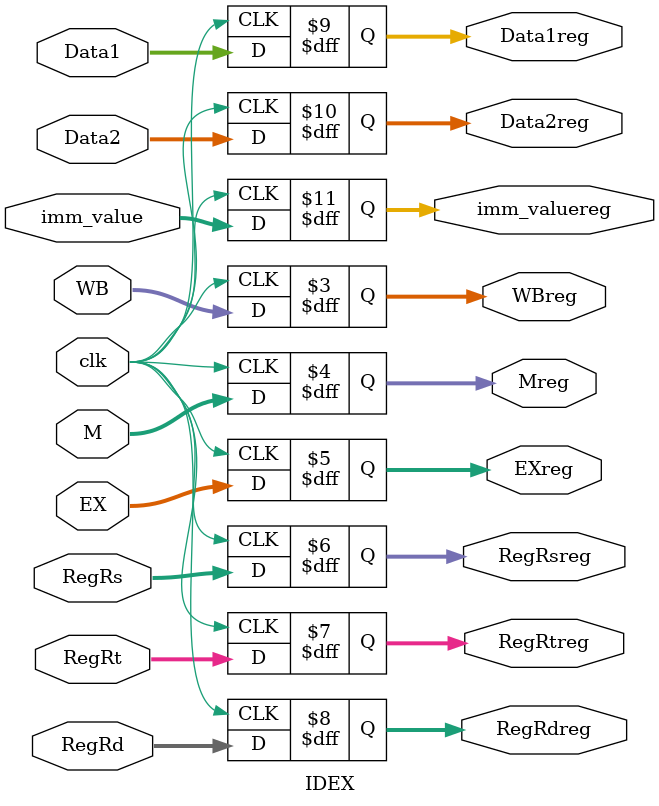
<source format=v>
module IDEX(clk,WB,M,EX,Data1,Data2,imm_value,RegRs,RegRt,RegRd,WBreg,Mreg,EXreg,Data1reg,
Data2reg,imm_valuereg,RegRsreg,RegRtreg,RegRdreg);

 input clk;
 input [1:0] WB;
 input [2:0] M;
 input [3:0] EX;
 input [4:0] RegRs,RegRt,RegRd;
 input [31:0] Data1,Data2,imm_value;
 output [1:0] WBreg;
 output [2:0] Mreg;
 output [3:0] EXreg;
 output [4:0] RegRsreg,RegRtreg,RegRdreg;
 output [31:0] Data1reg,Data2reg,imm_valuereg;

 reg [1:0] WBreg;
 reg [2:0] Mreg;
 reg [3:0] EXreg;
 reg [31:0] Data1reg,Data2reg,imm_valuereg;
 reg [4:0] RegRsreg,RegRtreg,RegRdreg;

 initial begin
	 WBreg = 0; 
	 Mreg = 0;
	 EXreg = 0;
	 Data1reg = 0;
	 Data2reg = 0;
	 imm_valuereg = 0;
	 RegRsreg = 0;
	 RegRtreg = 0;
	 RegRdreg = 0;
 end

 always@(posedge clk)
 begin
	 WBreg <= WB;
	 Mreg <= M;
	 EXreg <= EX;
	 Data1reg <= Data1;
	 Data2reg <= Data2;
	 imm_valuereg <= imm_value;
	 RegRsreg <= RegRs;
	 RegRtreg <= RegRt;
	 RegRdreg <= RegRd;
 end

endmodule
</source>
